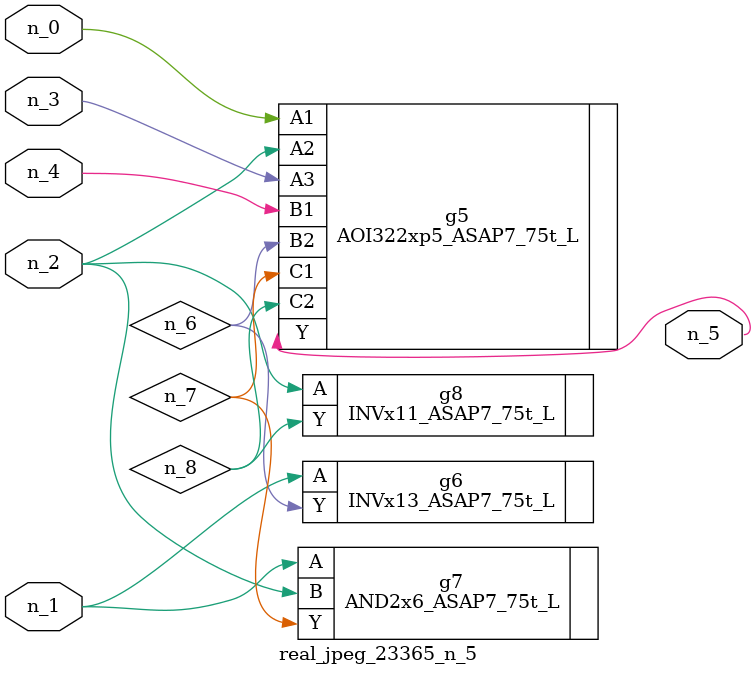
<source format=v>
module real_jpeg_23365_n_5 (n_4, n_0, n_1, n_2, n_3, n_5);

input n_4;
input n_0;
input n_1;
input n_2;
input n_3;

output n_5;

wire n_8;
wire n_6;
wire n_7;

AOI322xp5_ASAP7_75t_L g5 ( 
.A1(n_0),
.A2(n_2),
.A3(n_3),
.B1(n_4),
.B2(n_6),
.C1(n_7),
.C2(n_8),
.Y(n_5)
);

INVx13_ASAP7_75t_L g6 ( 
.A(n_1),
.Y(n_6)
);

AND2x6_ASAP7_75t_L g7 ( 
.A(n_1),
.B(n_2),
.Y(n_7)
);

INVx11_ASAP7_75t_L g8 ( 
.A(n_2),
.Y(n_8)
);


endmodule
</source>
